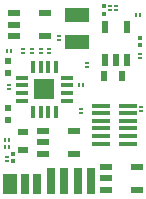
<source format=gbr>
G04 EasyPC Gerber Version 21.0.3 Build 4286 *
G04 #@! TF.Part,Single*
G04 #@! TF.FileFunction,Paste,Top *
G04 #@! TF.FilePolarity,Positive *
%FSLAX35Y35*%
%MOIN*%
G04 #@! TA.AperFunction,SMDPad*
%ADD138R,0.00787X0.01181*%
%ADD111R,0.01200X0.01200*%
%ADD136R,0.01378X0.04134*%
%ADD142R,0.02362X0.04331*%
%ADD72R,0.02400X0.03500*%
%ADD145R,0.02500X0.07000*%
%ADD141R,0.02500X0.09000*%
%ADD144R,0.04500X0.07000*%
%ADD137R,0.07087X0.07087*%
%ADD139R,0.01181X0.00787*%
%ADD135R,0.04134X0.01378*%
%ADD143R,0.05984X0.01496*%
%ADD29R,0.02400X0.02000*%
%ADD114R,0.04134X0.02165*%
%ADD110R,0.03500X0.02400*%
%ADD140R,0.07874X0.04528*%
X0Y0D02*
D02*
D29*
X10184Y25850D03*
Y29850D03*
Y41750D03*
Y45750D03*
D02*
D72*
X41984Y40750D03*
X47984D03*
D02*
D110*
X15284Y15850D03*
Y21850D03*
D02*
D111*
X11884Y12300D03*
Y14700D03*
X41984Y61450D03*
Y63850D03*
X54284Y51000D03*
Y53400D03*
D02*
D114*
X12166Y54010D03*
Y57750D03*
Y61490D03*
X21866Y14810D03*
Y18550D03*
Y22290D03*
X22402Y54010D03*
Y61490D03*
X32102Y14810D03*
Y22290D03*
X42866Y2810D03*
Y6550D03*
Y10290D03*
X53102Y2810D03*
Y10290D03*
D02*
D135*
X14804Y32411D03*
Y34970D03*
Y37530D03*
Y40089D03*
X29765Y32411D03*
Y34970D03*
Y37530D03*
Y40089D03*
D02*
D136*
X18446Y28770D03*
Y43730D03*
X21005Y28770D03*
Y43730D03*
X23564Y28770D03*
Y43730D03*
X26123Y28770D03*
Y43730D03*
D02*
D137*
X22284Y36250D03*
D02*
D138*
X9195Y16962D03*
Y19262D03*
X9895Y48862D03*
X10573Y16962D03*
Y19262D03*
X11273Y48862D03*
X33795Y37738D03*
X35173D03*
X52695Y61138D03*
X54073D03*
D02*
D139*
X9772Y12261D03*
Y13639D03*
X10472Y36161D03*
Y37539D03*
X15272Y48161D03*
Y49539D03*
X17972Y48161D03*
Y49539D03*
X20996Y48161D03*
Y49539D03*
X23672Y48161D03*
Y49539D03*
X27272Y52561D03*
Y53939D03*
X34496Y28361D03*
Y29739D03*
X36572Y43661D03*
Y45039D03*
X44096Y62561D03*
Y63939D03*
X46196Y62561D03*
Y63939D03*
X54296Y46661D03*
Y48039D03*
X54572Y28961D03*
Y30339D03*
D02*
D140*
X32984Y51822D03*
Y60878D03*
D02*
D141*
X24418Y5738D03*
X28918D03*
X33418D03*
X37918D03*
D02*
D142*
X42341Y45935D03*
Y56959D03*
X46081Y45935D03*
X49821D03*
Y56959D03*
D02*
D143*
X40974Y18149D03*
Y20669D03*
Y23189D03*
Y25708D03*
Y28228D03*
Y30748D03*
X49990Y18149D03*
Y20669D03*
Y23189D03*
Y25708D03*
Y28228D03*
Y30748D03*
D02*
D144*
X10884Y4750D03*
D02*
D145*
X15884D03*
X19884D03*
X0Y0D02*
M02*

</source>
